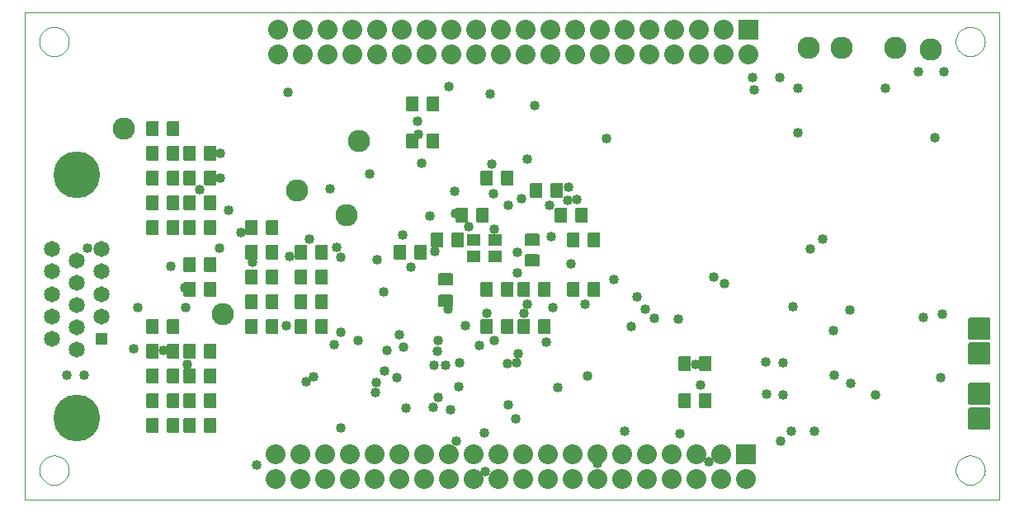
<source format=gbr>
G04 PROTEUS GERBER X2 FILE*
%TF.GenerationSoftware,Labcenter,Proteus,8.16-SP3-Build36097*%
%TF.CreationDate,2025-11-07T09:35:32+00:00*%
%TF.FileFunction,Soldermask,Bot*%
%TF.FilePolarity,Negative*%
%TF.Part,Single*%
%TF.SameCoordinates,{b300ba1a-dc7e-4a19-be50-5429eaf46598}*%
%FSLAX45Y45*%
%MOMM*%
G01*
%TA.AperFunction,Material*%
%ADD31C,1.016000*%
%AMPPAD026*
4,1,4,
0.583360,0.583360,
0.583360,-0.583360,
-0.583360,-0.583360,
-0.583360,0.583360,
0.583360,0.583360,
0*%
%TA.AperFunction,Material*%
%ADD32PPAD026*%
%ADD33C,1.650000*%
%ADD34C,4.800000*%
%AMPPAD030*
4,1,36,
0.889000,-1.016000,
-0.889000,-1.016000,
-0.914590,-1.013420,
-0.938430,-1.006020,
-0.960000,-0.994310,
-0.978800,-0.978800,
-0.994310,-0.960000,
-1.006020,-0.938430,
-1.013420,-0.914590,
-1.016000,-0.889000,
-1.016000,0.889000,
-1.013420,0.914590,
-1.006020,0.938430,
-0.994310,0.960000,
-0.978800,0.978800,
-0.960000,0.994310,
-0.938430,1.006020,
-0.914590,1.013420,
-0.889000,1.016000,
0.889000,1.016000,
0.914590,1.013420,
0.938430,1.006020,
0.960000,0.994310,
0.978800,0.978800,
0.994310,0.960000,
1.006020,0.938430,
1.013420,0.914590,
1.016000,0.889000,
1.016000,-0.889000,
1.013420,-0.914590,
1.006020,-0.938430,
0.994310,-0.960000,
0.978800,-0.978800,
0.960000,-0.994310,
0.938430,-1.006020,
0.914590,-1.013420,
0.889000,-1.016000,
0*%
%TA.AperFunction,Material*%
%ADD36PPAD030*%
%ADD37C,2.032000*%
%AMPPAD037*
4,1,36,
-1.143000,-1.016000,
-1.143000,1.016000,
-1.140420,1.041590,
-1.133020,1.065430,
-1.121310,1.087000,
-1.105800,1.105800,
-1.087000,1.121310,
-1.065430,1.133020,
-1.041590,1.140420,
-1.016000,1.143000,
1.016000,1.143000,
1.041590,1.140420,
1.065430,1.133020,
1.087000,1.121310,
1.105800,1.105800,
1.121310,1.087000,
1.133020,1.065430,
1.140420,1.041590,
1.143000,1.016000,
1.143000,-1.016000,
1.140420,-1.041590,
1.133020,-1.065430,
1.121310,-1.087000,
1.105800,-1.105800,
1.087000,-1.121310,
1.065430,-1.133020,
1.041590,-1.140420,
1.016000,-1.143000,
-1.016000,-1.143000,
-1.041590,-1.140420,
-1.065430,-1.133020,
-1.087000,-1.121310,
-1.105800,-1.105800,
-1.121310,-1.087000,
-1.133020,-1.065430,
-1.140420,-1.041590,
-1.143000,-1.016000,
0*%
%TA.AperFunction,Material*%
%ADD43PPAD037*%
%TA.AperFunction,Material*%
%ADD44C,2.286000*%
%AMPPAD040*
4,1,36,
0.508000,0.762000,
-0.508000,0.762000,
-0.533590,0.759420,
-0.557430,0.752020,
-0.579000,0.740310,
-0.597800,0.724800,
-0.613310,0.706000,
-0.625020,0.684430,
-0.632420,0.660590,
-0.635000,0.635000,
-0.635000,-0.635000,
-0.632420,-0.660590,
-0.625020,-0.684430,
-0.613310,-0.706000,
-0.597800,-0.724800,
-0.579000,-0.740310,
-0.557430,-0.752020,
-0.533590,-0.759420,
-0.508000,-0.762000,
0.508000,-0.762000,
0.533590,-0.759420,
0.557430,-0.752020,
0.579000,-0.740310,
0.597800,-0.724800,
0.613310,-0.706000,
0.625020,-0.684430,
0.632420,-0.660590,
0.635000,-0.635000,
0.635000,0.635000,
0.632420,0.660590,
0.625020,0.684430,
0.613310,0.706000,
0.597800,0.724800,
0.579000,0.740310,
0.557430,0.752020,
0.533590,0.759420,
0.508000,0.762000,
0*%
%TA.AperFunction,Material*%
%ADD46PPAD040*%
%AMPPAD041*
4,1,36,
-0.762000,0.508000,
-0.762000,-0.508000,
-0.759420,-0.533590,
-0.752020,-0.557430,
-0.740310,-0.579000,
-0.724800,-0.597800,
-0.706000,-0.613310,
-0.684430,-0.625020,
-0.660590,-0.632420,
-0.635000,-0.635000,
0.635000,-0.635000,
0.660590,-0.632420,
0.684430,-0.625020,
0.706000,-0.613310,
0.724800,-0.597800,
0.740310,-0.579000,
0.752020,-0.557430,
0.759420,-0.533590,
0.762000,-0.508000,
0.762000,0.508000,
0.759420,0.533590,
0.752020,0.557430,
0.740310,0.579000,
0.724800,0.597800,
0.706000,0.613310,
0.684430,0.625020,
0.660590,0.632420,
0.635000,0.635000,
-0.635000,0.635000,
-0.660590,0.632420,
-0.684430,0.625020,
-0.706000,0.613310,
-0.724800,0.597800,
-0.740310,0.579000,
-0.752020,0.557430,
-0.759420,0.533590,
-0.762000,0.508000,
0*%
%ADD47PPAD041*%
%AMPPAD042*
4,1,4,
0.700000,0.600000,
-0.700000,0.600000,
-0.700000,-0.600000,
0.700000,-0.600000,
0.700000,0.600000,
0*%
%TA.AperFunction,Material*%
%ADD48PPAD042*%
%TA.AperFunction,Profile*%
%ADD25C,0.101600*%
%TD.AperFunction*%
D31*
X+3522473Y+3335782D03*
X+2683448Y+4172581D03*
X+5587308Y+2412163D03*
X+7463624Y+4199309D03*
X+5454113Y+1145913D03*
X+4389521Y+3157243D03*
X+4797295Y+1628178D03*
X+6135680Y+693587D03*
X+6913343Y+1171846D03*
X+6860269Y+1385121D03*
X+9415560Y+4388170D03*
X+9152516Y+4384780D03*
X+409403Y+1271224D03*
X+589942Y+1271224D03*
X+3220302Y+726250D03*
X+3225776Y+1714331D03*
X+3400948Y+1626745D03*
X+8170263Y+2666630D03*
X+6264322Y+2074988D03*
X+5017125Y+824990D03*
X+7050000Y+2278581D03*
X+8040000Y+2565062D03*
X+4642353Y+1575016D03*
X+4008396Y+3879587D03*
X+4776959Y+3438361D03*
X+4790488Y+3131784D03*
X+4945721Y+3019242D03*
X+4016572Y+3742426D03*
X+5032168Y+2534443D03*
X+5038561Y+2323487D03*
X+5362453Y+3016020D03*
X+5756011Y+1264435D03*
X+4395977Y+2935343D03*
X+5400942Y+1964401D03*
X+5135671Y+1998762D03*
X+5549844Y+3068502D03*
X+4800945Y+2772184D03*
X+4535656Y+2798995D03*
X+1645307Y+1386315D03*
X+1097600Y+1546573D03*
X+1399002Y+1522826D03*
X+2667000Y+1778000D03*
X+1778000Y+3175000D03*
X+8280262Y+1732984D03*
X+9378130Y+1245718D03*
X+5100345Y+1906461D03*
X+4721640Y+1908360D03*
X+1142496Y+1967631D03*
X+1632397Y+1964511D03*
X+7917680Y+4218487D03*
X+7723982Y+4326588D03*
X+7445714Y+4326588D03*
X+627112Y+2577281D03*
X+5079046Y+3082077D03*
X+5379500Y+2698521D03*
X+5136580Y+3486942D03*
X+3861883Y+2709188D03*
X+8814674Y+4214458D03*
X+9315177Y+3711750D03*
X+7917680Y+3763296D03*
X+5643942Y+3071392D03*
X+5559726Y+3199219D03*
X+2694864Y+2492250D03*
X+2199970Y+2739001D03*
X+1979706Y+2577288D03*
X+2317072Y+2429059D03*
X+3596000Y+2454000D03*
X+8446010Y+1936893D03*
X+7859467Y+1975985D03*
X+4334316Y+4232578D03*
X+1985944Y+3549709D03*
X+1984785Y+3292043D03*
X+2074538Y+2961419D03*
X+2904693Y+2665456D03*
X+3890290Y+935223D03*
X+4173000Y+944419D03*
X+4323949Y+1946071D03*
X+4294447Y+1373070D03*
X+4443991Y+1396399D03*
X+4694365Y+681876D03*
X+4705604Y+282894D03*
X+6205000Y+1775000D03*
X+9396376Y+1900894D03*
X+7758524Y+1066269D03*
X+7758524Y+1398926D03*
X+6684083Y+1843580D03*
X+6441408Y+1852881D03*
X+6344421Y+1949868D03*
X+8079138Y+694651D03*
X+7596350Y+1073774D03*
X+7586945Y+1403712D03*
X+9201515Y+1866180D03*
X+7160000Y+2210000D03*
X+3109312Y+3186552D03*
X+1475092Y+2389904D03*
X+4501962Y+1783870D03*
X+4224371Y+1041698D03*
X+4350312Y+912601D03*
X+2945409Y+1254433D03*
X+3694485Y+1525139D03*
X+4223210Y+1623828D03*
X+3152478Y+1585089D03*
X+4136517Y+2904475D03*
X+2867002Y+1202625D03*
X+3588847Y+1191790D03*
X+3800000Y+1248581D03*
X+3670328Y+1312881D03*
X+3863459Y+1558355D03*
X+4216520Y+1520000D03*
X+3824278Y+1688121D03*
X+4181932Y+1377530D03*
X+3576775Y+1097653D03*
X+3661969Y+2124076D03*
X+3227478Y+2483744D03*
X+4191000Y+2540000D03*
X+4935437Y+1393507D03*
X+5046712Y+1490493D03*
X+5728880Y+2000360D03*
X+5335402Y+1606882D03*
X+6027314Y+2250000D03*
X+5029418Y+1396512D03*
X+4940000Y+970000D03*
X+1619423Y+2171680D03*
X+3180518Y+2585604D03*
X+3940000Y+2380000D03*
X+2357075Y+352925D03*
X+4407678Y+597679D03*
X+4435870Y+1152037D03*
X+8706362Y+1068933D03*
X+5860466Y+364086D03*
X+6700000Y+670000D03*
X+7735708Y+591834D03*
X+8287761Y+1274589D03*
X+8459498Y+1191287D03*
X+7842501Y+697911D03*
X+6995451Y+381898D03*
X+4057153Y+3446562D03*
X+4755487Y+4162991D03*
X+5210912Y+4036665D03*
X+5952581Y+3699421D03*
D32*
X+769400Y+1648000D03*
D33*
X+769400Y+1877000D03*
X+769400Y+2106000D03*
X+769400Y+2335000D03*
X+769400Y+2564000D03*
X+515400Y+1534000D03*
X+515400Y+1762000D03*
X+515400Y+1992000D03*
X+515400Y+2220000D03*
X+515400Y+2450000D03*
X+261400Y+1648000D03*
X+261400Y+1877000D03*
X+261400Y+2106000D03*
X+261400Y+2335000D03*
X+261400Y+2564000D03*
D34*
X+515400Y+832000D03*
X+515400Y+3330000D03*
D36*
X+7408000Y+4823000D03*
D37*
X+7154000Y+4823000D03*
X+6900000Y+4823000D03*
X+6646000Y+4823000D03*
X+6392000Y+4823000D03*
X+6138000Y+4823000D03*
X+5884000Y+4823000D03*
X+5630000Y+4823000D03*
X+5376000Y+4823000D03*
X+5122000Y+4823000D03*
X+4868000Y+4823000D03*
X+4614000Y+4823000D03*
X+4360000Y+4823000D03*
X+4106000Y+4823000D03*
X+3852000Y+4823000D03*
X+3598000Y+4823000D03*
X+3344000Y+4823000D03*
X+3090000Y+4823000D03*
X+2836000Y+4823000D03*
X+2582000Y+4823000D03*
X+2582000Y+4569000D03*
X+2836000Y+4569000D03*
X+3090000Y+4569000D03*
X+3344000Y+4569000D03*
X+3598000Y+4569000D03*
X+3852000Y+4569000D03*
X+4106000Y+4569000D03*
X+4360000Y+4569000D03*
X+4614000Y+4569000D03*
X+4868000Y+4569000D03*
X+5122000Y+4569000D03*
X+5376000Y+4569000D03*
X+5630000Y+4569000D03*
X+5884000Y+4569000D03*
X+6138000Y+4569000D03*
X+6392000Y+4569000D03*
X+6646000Y+4569000D03*
X+6900000Y+4569000D03*
X+7154000Y+4569000D03*
X+7408000Y+4569000D03*
D43*
X+9773700Y+822500D03*
X+9773700Y+1076500D03*
X+9773700Y+1495600D03*
X+9773700Y+1749600D03*
D44*
X+8021100Y+4632500D03*
X+8364000Y+4632500D03*
X+8910100Y+4632500D03*
X+9278400Y+4619800D03*
D46*
X+1506000Y+3807000D03*
X+1292640Y+3807000D03*
X+1506000Y+3553000D03*
X+1292640Y+3553000D03*
X+1887000Y+3553000D03*
X+1673640Y+3553000D03*
X+1887000Y+3299000D03*
X+1673640Y+3299000D03*
X+1506000Y+3299000D03*
X+1292640Y+3299000D03*
X+1887000Y+3045000D03*
X+1673640Y+3045000D03*
X+1506000Y+3045000D03*
X+1292640Y+3045000D03*
X+1887000Y+2791000D03*
X+1673640Y+2791000D03*
X+1506000Y+2791000D03*
X+1292640Y+2791000D03*
X+1887000Y+2410000D03*
X+1673640Y+2410000D03*
X+1887000Y+2156000D03*
X+1673640Y+2156000D03*
X+2522000Y+2791000D03*
X+2308640Y+2791000D03*
X+2522000Y+2537000D03*
X+2308640Y+2537000D03*
X+2522000Y+2283000D03*
X+2308640Y+2283000D03*
X+2522000Y+2029000D03*
X+2308640Y+2029000D03*
X+2522000Y+1775000D03*
X+2308640Y+1775000D03*
X+3030000Y+1775000D03*
X+2816640Y+1775000D03*
X+3030000Y+2029000D03*
X+2816640Y+2029000D03*
X+3030000Y+2283000D03*
X+2816640Y+2283000D03*
X+3030000Y+2537000D03*
X+2816640Y+2537000D03*
X+1506000Y+1775000D03*
X+1292640Y+1775000D03*
X+1506000Y+1521000D03*
X+1292640Y+1521000D03*
X+1887000Y+1521000D03*
X+1673640Y+1521000D03*
X+1887000Y+1267000D03*
X+1673640Y+1267000D03*
X+1506000Y+1267000D03*
X+1292640Y+1267000D03*
X+1887000Y+1013000D03*
X+1673640Y+1013000D03*
X+1506000Y+1013000D03*
X+1292640Y+1013000D03*
X+1887000Y+759000D03*
X+1673640Y+759000D03*
X+1506000Y+759000D03*
X+1292640Y+759000D03*
D44*
X+2014000Y+1902000D03*
X+2776000Y+3172000D03*
X+3411000Y+3680000D03*
X+3284000Y+2918000D03*
D46*
X+4173000Y+4061000D03*
X+3959640Y+4061000D03*
X+4173000Y+3680000D03*
X+3959640Y+3680000D03*
X+4935000Y+3299000D03*
X+4721640Y+3299000D03*
X+4681000Y+2918000D03*
X+4467640Y+2918000D03*
X+4427000Y+2664000D03*
X+4213640Y+2664000D03*
X+4046000Y+2537000D03*
X+3832640Y+2537000D03*
D47*
X+4300000Y+2251000D03*
X+4300000Y+2037640D03*
D46*
X+4935000Y+2156000D03*
X+4721640Y+2156000D03*
X+4935000Y+1775000D03*
X+4721640Y+1775000D03*
X+5316000Y+2156000D03*
X+5102640Y+2156000D03*
X+5316000Y+1775000D03*
X+5102640Y+1775000D03*
X+5824000Y+2156000D03*
X+5610640Y+2156000D03*
D47*
X+5189000Y+2450640D03*
X+5189000Y+2664000D03*
D46*
X+5824000Y+2664000D03*
X+5610640Y+2664000D03*
X+5697000Y+2918000D03*
X+5483640Y+2918000D03*
X+5443000Y+3172000D03*
X+5229640Y+3172000D03*
X+6967000Y+1394000D03*
X+6753640Y+1394000D03*
X+6967000Y+1013000D03*
X+6753640Y+1013000D03*
D44*
X+998000Y+3807000D03*
D48*
X+4808000Y+2494000D03*
X+4588000Y+2494000D03*
X+4588000Y+2664000D03*
X+4808000Y+2664000D03*
D36*
X+7380000Y+457571D03*
D37*
X+7126000Y+457571D03*
X+6872000Y+457571D03*
X+6618000Y+457571D03*
X+6364000Y+457571D03*
X+6110000Y+457571D03*
X+5856000Y+457571D03*
X+5602000Y+457571D03*
X+5348000Y+457571D03*
X+5094000Y+457571D03*
X+4840000Y+457571D03*
X+4586000Y+457571D03*
X+4332000Y+457571D03*
X+4078000Y+457571D03*
X+3824000Y+457571D03*
X+3570000Y+457571D03*
X+3316000Y+457571D03*
X+3062000Y+457571D03*
X+2808000Y+457571D03*
X+2554000Y+457571D03*
X+2554000Y+203571D03*
X+2808000Y+203571D03*
X+3062000Y+203571D03*
X+3316000Y+203571D03*
X+3570000Y+203571D03*
X+3824000Y+203571D03*
X+4078000Y+203571D03*
X+4332000Y+203571D03*
X+4586000Y+203571D03*
X+4840000Y+203571D03*
X+5094000Y+203571D03*
X+5348000Y+203571D03*
X+5602000Y+203571D03*
X+5856000Y+203571D03*
X+6110000Y+203571D03*
X+6364000Y+203571D03*
X+6618000Y+203571D03*
X+6872000Y+203571D03*
X+7126000Y+203571D03*
X+7380000Y+203571D03*
D25*
X-18000Y-3000D02*
X+9982000Y-3000D01*
X+9982000Y+4997000D01*
X-18000Y+4997000D01*
X-18000Y-3000D01*
X+9832000Y+4697000D02*
X+9831498Y+4709258D01*
X+9827422Y+4733775D01*
X+9818906Y+4758292D01*
X+9805032Y+4782809D01*
X+9783806Y+4807161D01*
X+9759289Y+4825555D01*
X+9734772Y+4837411D01*
X+9710255Y+4844315D01*
X+9685738Y+4846953D01*
X+9682000Y+4847000D01*
X+9532000Y+4697000D02*
X+9532502Y+4709258D01*
X+9536578Y+4733775D01*
X+9545094Y+4758292D01*
X+9558968Y+4782809D01*
X+9580194Y+4807161D01*
X+9604711Y+4825555D01*
X+9629228Y+4837411D01*
X+9653745Y+4844315D01*
X+9678262Y+4846953D01*
X+9682000Y+4847000D01*
X+9532000Y+4697000D02*
X+9532502Y+4684742D01*
X+9536578Y+4660225D01*
X+9545094Y+4635708D01*
X+9558968Y+4611191D01*
X+9580194Y+4586839D01*
X+9604711Y+4568445D01*
X+9629228Y+4556589D01*
X+9653745Y+4549685D01*
X+9678262Y+4547047D01*
X+9682000Y+4547000D01*
X+9832000Y+4697000D02*
X+9831498Y+4684742D01*
X+9827422Y+4660225D01*
X+9818906Y+4635708D01*
X+9805032Y+4611191D01*
X+9783806Y+4586839D01*
X+9759289Y+4568445D01*
X+9734772Y+4556589D01*
X+9710255Y+4549685D01*
X+9685738Y+4547047D01*
X+9682000Y+4547000D01*
X+9832000Y+297000D02*
X+9831498Y+309258D01*
X+9827422Y+333775D01*
X+9818906Y+358292D01*
X+9805032Y+382809D01*
X+9783806Y+407161D01*
X+9759289Y+425555D01*
X+9734772Y+437411D01*
X+9710255Y+444315D01*
X+9685738Y+446953D01*
X+9682000Y+447000D01*
X+9532000Y+297000D02*
X+9532502Y+309258D01*
X+9536578Y+333775D01*
X+9545094Y+358292D01*
X+9558968Y+382809D01*
X+9580194Y+407161D01*
X+9604711Y+425555D01*
X+9629228Y+437411D01*
X+9653745Y+444315D01*
X+9678262Y+446953D01*
X+9682000Y+447000D01*
X+9532000Y+297000D02*
X+9532502Y+284742D01*
X+9536578Y+260225D01*
X+9545094Y+235708D01*
X+9558968Y+211191D01*
X+9580194Y+186839D01*
X+9604711Y+168445D01*
X+9629228Y+156589D01*
X+9653745Y+149685D01*
X+9678262Y+147047D01*
X+9682000Y+147000D01*
X+9832000Y+297000D02*
X+9831498Y+284742D01*
X+9827422Y+260225D01*
X+9818906Y+235708D01*
X+9805032Y+211191D01*
X+9783806Y+186839D01*
X+9759289Y+168445D01*
X+9734772Y+156589D01*
X+9710255Y+149685D01*
X+9685738Y+147047D01*
X+9682000Y+147000D01*
X+432000Y+297000D02*
X+431498Y+309258D01*
X+427422Y+333775D01*
X+418906Y+358292D01*
X+405032Y+382809D01*
X+383806Y+407161D01*
X+359289Y+425555D01*
X+334772Y+437411D01*
X+310255Y+444315D01*
X+285738Y+446953D01*
X+282000Y+447000D01*
X+132000Y+297000D02*
X+132502Y+309258D01*
X+136578Y+333775D01*
X+145094Y+358292D01*
X+158968Y+382809D01*
X+180194Y+407161D01*
X+204711Y+425555D01*
X+229228Y+437411D01*
X+253745Y+444315D01*
X+278262Y+446953D01*
X+282000Y+447000D01*
X+132000Y+297000D02*
X+132502Y+284742D01*
X+136578Y+260225D01*
X+145094Y+235708D01*
X+158968Y+211191D01*
X+180194Y+186839D01*
X+204711Y+168445D01*
X+229228Y+156589D01*
X+253745Y+149685D01*
X+278262Y+147047D01*
X+282000Y+147000D01*
X+432000Y+297000D02*
X+431498Y+284742D01*
X+427422Y+260225D01*
X+418906Y+235708D01*
X+405032Y+211191D01*
X+383806Y+186839D01*
X+359289Y+168445D01*
X+334772Y+156589D01*
X+310255Y+149685D01*
X+285738Y+147047D01*
X+282000Y+147000D01*
X+432000Y+4697000D02*
X+431498Y+4709258D01*
X+427422Y+4733775D01*
X+418906Y+4758292D01*
X+405032Y+4782809D01*
X+383806Y+4807161D01*
X+359289Y+4825555D01*
X+334772Y+4837411D01*
X+310255Y+4844315D01*
X+285738Y+4846953D01*
X+282000Y+4847000D01*
X+132000Y+4697000D02*
X+132502Y+4709258D01*
X+136578Y+4733775D01*
X+145094Y+4758292D01*
X+158968Y+4782809D01*
X+180194Y+4807161D01*
X+204711Y+4825555D01*
X+229228Y+4837411D01*
X+253745Y+4844315D01*
X+278262Y+4846953D01*
X+282000Y+4847000D01*
X+132000Y+4697000D02*
X+132502Y+4684742D01*
X+136578Y+4660225D01*
X+145094Y+4635708D01*
X+158968Y+4611191D01*
X+180194Y+4586839D01*
X+204711Y+4568445D01*
X+229228Y+4556589D01*
X+253745Y+4549685D01*
X+278262Y+4547047D01*
X+282000Y+4547000D01*
X+432000Y+4697000D02*
X+431498Y+4684742D01*
X+427422Y+4660225D01*
X+418906Y+4635708D01*
X+405032Y+4611191D01*
X+383806Y+4586839D01*
X+359289Y+4568445D01*
X+334772Y+4556589D01*
X+310255Y+4549685D01*
X+285738Y+4547047D01*
X+282000Y+4547000D01*
M02*

</source>
